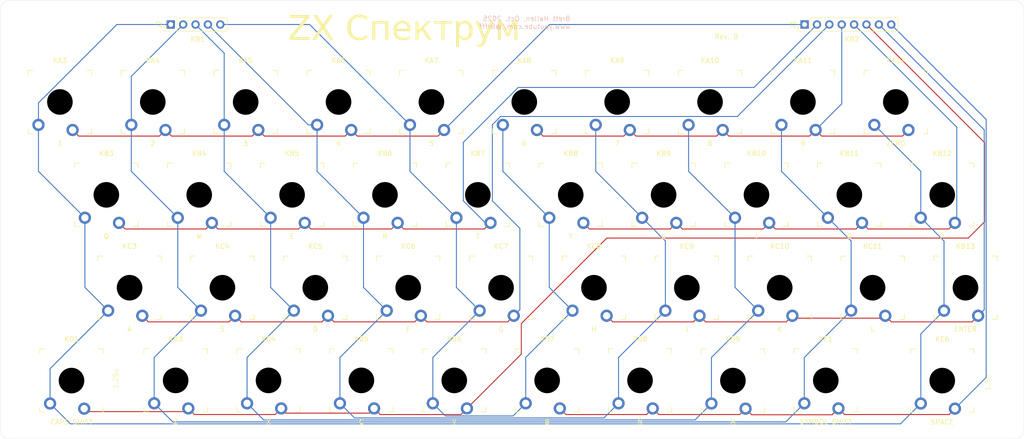
<source format=kicad_pcb>
(kicad_pcb (version 20241229) (generator "pcbnew") (generator_version "9.0")
  (title_block (title "Generic ZX Spectrum Keyboard") (date "5/12/2025") (rev "B") (company "Brett Hallen") (comment 1 "www.youtube.com/@Brfff"))
  (layers (0 "F.Cu" signal) (2 "B.Cu" signal) (13 "F.Paste" user) (15 "B.Paste" user) (5 "F.SilkS" user "F.Silkscreen") (7 "B.SilkS" user "B.Silkscreen") (1 "F.Mask" user) (3 "B.Mask" user) (25 "Edge.Cuts" user))
  (net 0 "")
  (net 1 "KBD1")
  (net 2 "KBD4")
  (net 3 "KBD5")
  (net 4 "KBD6")
  (net 5 "KBD3")
  (net 6 "KBD8")
  (net 7 "KBD7")
  (net 8 "KBD2")
  (net 9 "KBD12")
  (net 10 "KBD9")
  (net 11 "KBD11")
  (net 12 "KBD13")
  (net 13 "KBD10")
  (footprint "Clueless_Engineer:SW_Gateron_LowProfile_THT" (layer "F.Cu") (at 66.197066 107.808547)
    (property "Reference" "KC3" (at 0 -8.5 0) (layer "F.SilkS"))
    (property "Value" "A" (at 0 8.5 0) (layer "F.SilkS"))
    (pad "" np_thru_hole circle (at 0 0 180) (size 5.25 5.25) (drill 5.25) (layers "*.Mask"))
    (pad "1" thru_hole circle (at -4.4 4.7 180) (size 2.5 2.5) (drill 1.5) (layers "*.Cu" "B.Mask") (net 12 "KBD13"))
    (pad "2" thru_hole circle (at 2.6 5.75 180) (size 2.5 2.5) (drill 1.5) (layers "*.Cu" "B.Mask") (net 4 "KBD6"))
  )
  (footprint "Clueless_Engineer:SW_Gateron_LowProfile_THT" (layer "F.Cu") (at 213.834266 88.757747)
    (property "Reference" "KB11" (at 0 -8.5 0) (layer "F.SilkS"))
    (property "Value" "O" (at 0 8.5 0) (layer "F.SilkS"))
    (pad "" np_thru_hole circle (at 0 0 180) (size 5.25 5.25) (drill 5.25) (layers "*.Mask"))
    (pad "1" thru_hole circle (at -4.4 4.7 180) (size 2.5 2.5) (drill 1.5) (layers "*.Cu" "B.Mask") (net 9 "KBD12"))
    (pad "2" thru_hole circle (at 2.6 5.75 180) (size 2.5 2.5) (drill 1.5) (layers "*.Cu" "B.Mask") (net 2 "KBD4"))
  )
  (footprint "Clueless_Engineer:SW_Gateron_LowProfile_THT" (layer "F.Cu") (at 223.359266 69.707747)
    (property "Reference" "KA12" (at 0 -8.5 0) (layer "F.SilkS"))
    (property "Value" "ZERO" (at 0 8.5 0) (layer "F.SilkS"))
    (pad "" np_thru_hole circle (at 0 0 180) (size 5.25 5.25) (drill 5.25) (layers "*.Mask"))
    (pad "1" thru_hole circle (at -4.4 4.7 180) (size 2.5 2.5) (drill 1.5) (layers "*.Cu" "B.Mask") (net 12 "KBD13"))
    (pad "2" thru_hole circle (at 2.6 5.75 180) (size 2.5 2.5) (drill 1.5) (layers "*.Cu" "B.Mask") (net 3 "KBD5"))
  )
  (footprint "Clueless_Engineer:SW_Gateron_LowProfile_THT" (layer "F.Cu") (at 232.888066 126.858947)
    (property "Reference" "KE6" (hide yes))
    (property "Value" "SPACE" (at 0 8.5 0) (layer "F.SilkS"))
    (fp_text user "${REFERENCE}" (at 0 -8.5 0) (layer "F.SilkS"))
    (pad "" np_thru_hole circle (at 0 0 180) (size 5.25 5.25) (drill 5.25) (layers "*.Mask"))
    (pad "1" thru_hole circle (at -4.4 4.7 180) (size 2.5 2.5) (drill 1.5) (layers "*.Cu" "B.Mask") (net 12 "KBD13"))
    (pad "2" thru_hole circle (at 2.6 5.75 180) (size 2.5 2.5) (drill 1.5) (layers "*.Cu" "B.Mask") (net 1 "KBD1"))
  )
  (footprint "Clueless_Engineer:SW_Gateron_LowProfile_THT" (layer "F.Cu") (at 170.897355 126.817974)
    (property "Reference" "KD8" (at 0 -8.5 0) (layer "F.SilkS"))
    (property "Value" "N" (at 0 8.5 0) (layer "F.SilkS"))
    (pad "" np_thru_hole circle (at 0 0 180) (size 5.25 5.25) (drill 5.25) (layers "*.Mask"))
    (pad "1" thru_hole circle (at -4.4 4.7 180) (size 2.5 2.5) (drill 1.5) (layers "*.Cu" "B.Mask") (net 13 "KBD10"))
    (pad "2" thru_hole circle (at 2.6 5.75 180) (size 2.5 2.5) (drill 1.5) (layers "*.Cu" "B.Mask") (net 1 "KBD1"))
  )
  (footprint "Clueless_Engineer:SW_Gateron_LowProfile_THT" (layer "F.Cu") (at 61.434266 88.757747)
    (property "Reference" "KB3" (at 0 -8.5 0) (layer "F.SilkS"))
    (property "Value" "Q" (at 0 8.5 0) (layer "F.SilkS"))
    (pad "" np_thru_hole circle (at 0 0 180) (size 5.25 5.25) (drill 5.25) (layers "*.Mask"))
    (pad "1" thru_hole circle (at -4.4 4.7 180) (size 2.5 2.5) (drill 1.5) (layers "*.Cu" "B.Mask") (net 12 "KBD13"))
    (pad "2" thru_hole circle (at 2.6 5.75 180) (size 2.5 2.5) (drill 1.5) (layers "*.Cu" "B.Mask") (net 7 "KBD7"))
  )
  (footprint "Clueless_Engineer:SW_Gateron_LowProfile_THT" (layer "F.Cu") (at 199.548666 107.808547)
    (property "Reference" "KC10" (at 0 -8.5 0) (layer "F.SilkS"))
    (property "Value" "K" (at 0 8.5 0) (layer "F.SilkS"))
    (pad "" np_thru_hole circle (at 0 0 180) (size 5.25 5.25) (drill 5.25) (layers "*.Mask"))
    (pad "1" thru_hole circle (at -4.4 4.7 180) (size 2.5 2.5) (drill 1.5) (layers "*.Cu" "B.Mask") (net 11 "KBD11"))
    (pad "2" thru_hole circle (at 2.6 5.75 180) (size 2.5 2.5) (drill 1.5) (layers "*.Cu" "B.Mask") (net 8 "KBD2"))
  )
  (footprint "Clueless_Engineer:SW_Gateron_LowProfile_THT" (layer "F.Cu") (at 113.747355 126.817974)
    (property "Reference" "KD5" (at 0 -8.5 0) (layer "F.SilkS"))
    (property "Value" "C" (at 0 8.5 0) (layer "F.SilkS"))
    (pad "" np_thru_hole circle (at 0 0 180) (size 5.25 5.25) (drill 5.25) (layers "*.Mask"))
    (pad "1" thru_hole circle (at -4.4 4.7 180) (size 2.5 2.5) (drill 1.5) (layers "*.Cu" "B.Mask") (net 13 "KBD10"))
    (pad "2" thru_hole circle (at 2.6 5.75 180) (size 2.5 2.5) (drill 1.5) (layers "*.Cu" "B.Mask") (net 5 "KBD3"))
  )
  (footprint "Clueless_Engineer:SW_Gateron_LowProfile_THT" (layer "F.Cu") (at 54.290566 126.858947)
    (property "Reference" "KD1" (hide yes))
    (property "Value" "CAPS SHIFT" (at 0 8.5 0) (layer "F.SilkS"))
    (fp_text user "${REFERENCE}" (at 0 -8.5 0) (layer "F.SilkS"))
    (pad "" np_thru_hole circle (at 0 0 180) (size 5.25 5.25) (drill 5.25) (layers "*.Mask"))
    (pad "1" thru_hole circle (at -4.4 4.7 180) (size 2.5 2.5) (drill 1.5) (layers "*.Cu" "B.Mask") (net 12 "KBD13"))
    (pad "2" thru_hole circle (at 2.6 5.75 180) (size 2.5 2.5) (drill 1.5) (layers "*.Cu" "B.Mask") (net 5 "KBD3"))
  )
  (footprint "Clueless_Engineer:SW_Gateron_LowProfile_THT" (layer "F.Cu") (at 147.159266 69.707747)
    (property "Reference" "KA8" (at 0 -8.5 0) (layer "F.SilkS"))
    (property "Value" "6" (at 0 8.5 0) (layer "F.SilkS"))
    (pad "" np_thru_hole circle (at 0 0 180) (size 5.25 5.25) (drill 5.25) (layers "*.Mask"))
    (pad "1" thru_hole circle (at -4.4 4.7 180) (size 2.5 2.5) (drill 1.5) (layers "*.Cu" "B.Mask") (net 10 "KBD9"))
    (pad "2" thru_hole circle (at 2.6 5.75 180) (size 2.5 2.5) (drill 1.5) (layers "*.Cu" "B.Mask") (net 3 "KBD5"))
  )
  (footprint "Clueless_Engineer:SW_Gateron_LowProfile_THT" (layer "F.Cu") (at 75.647355 126.817974)
    (property "Reference" "KD3" (at 0 -8.5 0) (layer "F.SilkS"))
    (property "Value" "Z" (at 0 8.5 0) (layer "F.SilkS"))
    (pad "" np_thru_hole circle (at 0 0 180) (size 5.25 5.25) (drill 5.25) (layers "*.Mask"))
    (pad "1" thru_hole circle (at -4.4 4.7 180) (size 2.5 2.5) (drill 1.5) (layers "*.Cu" "B.Mask") (net 9 "KBD12"))
    (pad "2" thru_hole circle (at 2.6 5.75 180) (size 2.5 2.5) (drill 1.5) (layers "*.Cu" "B.Mask") (net 5 "KBD3"))
  )
  (footprint "Clueless_Engineer:SW_Gateron_LowProfile_THT" (layer "F.Cu") (at 104.297066 107.808547)
    (property "Reference" "KC5" (at 0 -8.5 0) (layer "F.SilkS"))
    (property "Value" "D" (at 0 8.5 0) (layer "F.SilkS"))
    (pad "" np_thru_hole circle (at 0 0 180) (size 5.25 5.25) (drill 5.25) (layers "*.Mask"))
    (pad "1" thru_hole circle (at -4.4 4.7 180) (size 2.5 2.5) (drill 1.5) (layers "*.Cu" "B.Mask") (net 11 "KBD11"))
    (pad "2" thru_hole circle (at 2.6 5.75 180) (size 2.5 2.5) (drill 1.5) (layers "*.Cu" "B.Mask") (net 4 "KBD6"))
  )
  (footprint "Clueless_Engineer:SW_Gateron_LowProfile_THT" (layer "F.Cu") (at 70.959266 69.707747)
    (property "Reference" "KA4" (at 0 -8.5 0) (layer "F.SilkS"))
    (property "Value" "2" (at 0 8.5 0) (layer "F.SilkS"))
    (pad "" np_thru_hole circle (at 0 0 180) (size 5.25 5.25) (drill 5.25) (layers "*.Mask"))
    (pad "1" thru_hole circle (at -4.4 4.7 180) (size 2.5 2.5) (drill 1.5) (layers "*.Cu" "B.Mask") (net 9 "KBD12"))
    (pad "2" thru_hole circle (at 2.6 5.75 180) (size 2.5 2.5) (drill 1.5) (layers "*.Cu" "B.Mask") (net 6 "KBD8"))
  )
  (footprint "Clueless_Engineer:SW_Gateron_LowProfile_THT" (layer "F.Cu") (at 208.997355 126.817974)
    (property "Reference" "KE1" (at 0 -8.5 0) (layer "F.SilkS"))
    (property "Value" "SYMBOL SHIFT" (at 0 8.5 0) (layer "F.SilkS"))
    (pad "" np_thru_hole circle (at 0 0 180) (size 5.25 5.25) (drill 5.25) (layers "*.Mask"))
    (pad "1" thru_hole circle (at -4.4 4.7 180) (size 2.5 2.5) (drill 1.5) (layers "*.Cu" "B.Mask") (net 9 "KBD12"))
    (pad "2" thru_hole circle (at 2.6 5.75 180) (size 2.5 2.5) (drill 1.5) (layers "*.Cu" "B.Mask") (net 1 "KBD1"))
  )
  (footprint "Clueless_Engineer:SW_Gateron_LowProfile_THT" (layer "F.Cu") (at 237.650666 107.808547)
    (property "Reference" "KB13" (at 0 -8.5 0) (layer "F.SilkS"))
    (property "Value" "ENTER" (at 0 8.5 0) (layer "F.SilkS"))
    (pad "" np_thru_hole circle (at 0 0 180) (size 5.25 5.25) (drill 5.25) (layers "*.Mask"))
    (pad "1" thru_hole circle (at -4.4 4.7 180) (size 2.5 2.5) (drill 1.5) (layers "*.Cu" "B.Mask") (net 12 "KBD13"))
    (pad "2" thru_hole circle (at 2.6 5.75 180) (size 2.5 2.5) (drill 1.5) (layers "*.Cu" "B.Mask") (net 8 "KBD2"))
  )
  (footprint "Clueless_Engineer:SW_Gateron_LowProfile_THT" (layer "F.Cu") (at 218.600266 107.808547)
    (property "Reference" "KC11" (at 0 -8.5 0) (layer "F.SilkS"))
    (property "Value" "L" (at 0 8.5 0) (layer "F.SilkS"))
    (pad "" np_thru_hole circle (at 0 0 180) (size 5.25 5.25) (drill 5.25) (layers "*.Mask"))
    (pad "1" thru_hole circle (at -4.4 4.7 180) (size 2.5 2.5) (drill 1.5) (layers "*.Cu" "B.Mask") (net 9 "KBD12"))
    (pad "2" thru_hole circle (at 2.6 5.75 180) (size 2.5 2.5) (drill 1.5) (layers "*.Cu" "B.Mask") (net 8 "KBD2"))
  )
  (footprint "Clueless_Engineer:SW_Gateron_LowProfile_THT" (layer "F.Cu") (at 166.209266 69.707747)
    (property "Reference" "KA9" (at 0 -8.5 0) (layer "F.SilkS"))
    (property "Value" "7" (at 0 8.5 0) (layer "F.SilkS"))
    (pad "" np_thru_hole circle (at 0 0 180) (size 5.25 5.25) (drill 5.25) (layers "*.Mask"))
    (pad "1" thru_hole circle (at -4.4 4.7 180) (size 2.5 2.5) (drill 1.5) (layers "*.Cu" "B.Mask") (net 13 "KBD10"))
    (pad "2" thru_hole circle (at 2.6 5.75 180) (size 2.5 2.5) (drill 1.5) (layers "*.Cu" "B.Mask") (net 3 "KBD5"))
  )
  (footprint "Connector_PinHeader_2.54mm:PinHeader_1x08_P2.54mm_Vertical" (layer "F.Cu") (at 204.647355 53.817974 90)
    (property "Reference" "J1" (at 0 -2.38 90) (layer "F.SilkS"))
    (property "Value" "KB2" (at -3 9.7 180) (layer "F.SilkS"))
    (pad "1" thru_hole rect (at 0 0 90) (size 1.7 1.7) (drill 1) (layers "*.Cu" "*.Mask") (net 6 "KBD8"))
    (pad "2" thru_hole circle (at 0 2.54 90) (size 1.7 1.7) (drill 1) (layers "*.Cu" "*.Mask") (net 7 "KBD7"))
    (pad "3" thru_hole circle (at 0 5.08 90) (size 1.7 1.7) (drill 1) (layers "*.Cu" "*.Mask") (net 4 "KBD6"))
    (pad "4" thru_hole circle (at 0 7.62 90) (size 1.7 1.7) (drill 1) (layers "*.Cu" "*.Mask") (net 3 "KBD5"))
    (pad "5" thru_hole circle (at 0 10.16 90) (size 1.7 1.7) (drill 1) (layers "*.Cu" "*.Mask") (net 2 "KBD4"))
    (pad "6" thru_hole circle (at 0 12.7 90) (size 1.7 1.7) (drill 1) (layers "*.Cu" "*.Mask") (net 5 "KBD3"))
    (pad "7" thru_hole circle (at 0 15.24 90) (size 1.7 1.7) (drill 1) (layers "*.Cu" "*.Mask") (net 8 "KBD2"))
    (pad "8" thru_hole circle (at 0 17.78 90) (size 1.7 1.7) (drill 1) (layers "*.Cu" "*.Mask") (net 1 "KBD1"))
  )
  (footprint "Clueless_Engineer:SW_Gateron_LowProfile_THT" (layer "F.Cu") (at 51.909266 69.707747)
    (property "Reference" "KA3" (at 0 -8.5 0) (layer "F.SilkS"))
    (property "Value" "1" (at 0 8.5 0) (layer "F.SilkS"))
    (pad "" np_thru_hole circle (at 0 0 180) (size 5.25 5.25) (drill 5.25) (layers "*.Mask"))
    (pad "1" thru_hole circle (at -4.4 4.7 180) (size 2.5 2.5) (drill 1.5) (layers "*.Cu" "B.Mask") (net 12 "KBD13"))
    (pad "2" thru_hole circle (at 2.6 5.75 180) (size 2.5 2.5) (drill 1.5) (layers "*.Cu" "B.Mask") (net 6 "KBD8"))
  )
  (footprint "Clueless_Engineer:SW_Gateron_LowProfile_THT" (layer "F.Cu") (at 232.884266 88.757747)
    (property "Reference" "KB12" (at 0 -8.5 0) (layer "F.SilkS"))
    (property "Value" "P" (at 0 8.5 0) (layer "F.SilkS"))
    (pad "" np_thru_hole circle (at 0 0 180) (size 5.25 5.25) (drill 5.25) (layers "*.Mask"))
    (pad "1" thru_hole circle (at -4.4 4.7 180) (size 2.5 2.5) (drill 1.5) (layers "*.Cu" "B.Mask") (net 12 "KBD13"))
    (pad "2" thru_hole circle (at 2.6 5.75 180) (size 2.5 2.5) (drill 1.5) (layers "*.Cu" "B.Mask") (net 2 "KBD4"))
  )
  (footprint "Clueless_Engineer:SW_Gateron_LowProfile_THT" (layer "F.Cu") (at 123.348266 107.808547)
    (property "Reference" "KC6" (at 0 -8.5 0) (layer "F.SilkS"))
    (property "Value" "F" (at 0 8.5 0) (layer "F.SilkS"))
    (pad "" np_thru_hole circle (at 0 0 180) (size 5.25 5.25) (drill 5.25) (layers "*.Mask"))
    (pad "1" thru_hole circle (at -4.4 4.7 180) (size 2.5 2.5) (drill 1.5) (layers "*.Cu" "B.Mask") (net 13 "KBD10"))
    (pad "2" thru_hole circle (at 2.6 5.75 180) (size 2.5 2.5) (drill 1.5) (layers "*.Cu" "B.Mask") (net 4 "KBD6"))
  )
  (footprint "MountingHole:MountingHole_3.2mm_M3" (layer "F.Cu") (at 43.647355 134.817974)
    (property "Reference" "H3" (hide yes))
    (property "Value" "MountingHole" (hide yes))
    (pad "" np_thru_hole circle (at 0 0) (size 3.2 3.2) (drill 3.2) (layers "*.Cu" "*.Mask"))
  )
  (footprint "Clueless_Engineer:SW_Gateron_LowProfile_THT" (layer "F.Cu") (at 185.259266 69.707747)
    (property "Reference" "KA10" (at 0 -8.5 0) (layer "F.SilkS"))
    (property "Value" "8" (at 0 8.5 0) (layer "F.SilkS"))
    (pad "" np_thru_hole circle (at 0 0 180) (size 5.25 5.25) (drill 5.25) (layers "*.Mask"))
    (pad "1" thru_hole circle (at -4.4 4.7 180) (size 2.5 2.5) (drill 1.5) (layers "*.Cu" "B.Mask") (net 11 "KBD11"))
    (pad "2" thru_hole circle (at 2.6 5.75 180) (size 2.5 2.5) (drill 1.5) (layers "*.Cu" "B.Mask") (net 3 "KBD5"))
  )
  (footprint "MountingHole:MountingHole_3.2mm_M3" (layer "F.Cu") (at 245.647355 52.817974)
    (property "Reference" "H2" (hide yes))
    (property "Value" "MountingHole" (hide yes))
    (pad "" np_thru_hole circle (at 0 0) (size 3.2 3.2) (drill 3.2) (layers "*.Cu" "*.Mask"))
  )
  (footprint "MountingHole:MountingHole_3.2mm_M3" (layer "F.Cu") (at 43.647355 52.817974)
    (property "Reference" "H1" (hide yes))
    (property "Value" "MountingHole" (hide yes))
    (pad "" np_thru_hole circle (at 0 0) (size 3.2 3.2) (drill 3.2) (layers "*.Cu" "*.Mask"))
  )
  (footprint "Clueless_Engineer:SW_Gateron_LowProfile_THT" (layer "F.Cu") (at 128.109266 69.707747)
    (property "Reference" "KA7" (at 0 -8.5 0) (layer "F.SilkS"))
    (property "Value" "5" (at 0 8.5 0) (layer "F.SilkS"))
    (pad "" np_thru_hole circle (at 0 0 180) (size 5.25 5.25) (drill 5.25) (layers "*.Mask"))
    (pad "1" thru_hole circle (at -4.4 4.7 180) (size 2.5 2.5) (drill 1.5) (layers "*.Cu" "B.Mask") (net 10 "KBD9"))
    (pad "2" thru_hole circle (at 2.6 5.75 180) (size 2.5 2.5) (drill 1.5) (layers "*.Cu" "B.Mask") (net 6 "KBD8"))
  )
  (footprint "MountingHole:MountingHole_3.2mm_M3" (layer "F.Cu") (at 245.647355 134.817974)
    (property "Reference" "H4" (hide yes))
    (property "Value" "MountingHole" (hide yes))
    (pad "" np_thru_hole circle (at 0 0) (size 3.2 3.2) (drill 3.2) (layers "*.Cu" "*.Mask"))
  )
  (footprint "Clueless_Engineer:SW_Gateron_LowProfile_THT" (layer "F.Cu") (at 109.059266 69.707747)
    (property "Reference" "KA6" (at 0 -8.5 0) (layer "F.SilkS"))
    (property "Value" "4" (at 0 8.5 0) (layer "F.SilkS"))
    (pad "" np_thru_hole circle (at 0 0 180) (size 5.25 5.25) (drill 5.25) (layers "*.Mask"))
    (pad "1" thru_hole circle (at -4.4 4.7 180) (size 2.5 2.5) (drill 1.5) (layers "*.Cu" "B.Mask") (net 13 "KBD10"))
    (pad "2" thru_hole circle (at 2.6 5.75 180) (size 2.5 2.5) (drill 1.5) (layers "*.Cu" "B.Mask") (net 6 "KBD8"))
  )
  (footprint "Clueless_Engineer:SW_Gateron_LowProfile_THT" (layer "F.Cu") (at 90.009266 69.707747)
    (property "Reference" "KA5" (at 0 -8.5 0) (layer "F.SilkS"))
    (property "Value" "3" (at 0 8.5 0) (layer "F.SilkS"))
    (pad "" np_thru_hole circle (at 0 0 180) (size 5.25 5.25) (drill 5.25) (layers "*.Mask"))
    (pad "1" thru_hole circle (at -4.4 4.7 180) (size 2.5 2.5) (drill 1.5) (layers "*.Cu" "B.Mask") (net 11 "KBD11"))
    (pad "2" thru_hole circle (at 2.6 5.75 180) (size 2.5 2.5) (drill 1.5) (layers "*.Cu" "B.Mask") (net 6 "KBD8"))
  )
  (footprint "Clueless_Engineer:SW_Gateron_LowProfile_THT" (layer "F.Cu") (at 80.484266 88.757747)
    (property "Reference" "KB4" (at 0 -8.5 0) (layer "F.SilkS"))
    (property "Value" "W" (at 0 8.5 0) (layer "F.SilkS"))
    (pad "" np_thru_hole circle (at 0 0 180) (size 5.25 5.25) (drill 5.25) (layers "*.Mask"))
    (pad "1" thru_hole circle (at -4.4 4.7 180) (size 2.5 2.5) (drill 1.5) (layers "*.Cu" "B.Mask") (net 9 "KBD12"))
    (pad "2" thru_hole circle (at 2.6 5.75 180) (size 2.5 2.5) (drill 1.5) (layers "*.Cu" "B.Mask") (net 7 "KBD7"))
  )
  (footprint "Clueless_Engineer:SW_Gateron_LowProfile_THT" (layer "F.Cu") (at 151.847355 126.817974)
    (property "Reference" "KD7" (at 0 -8.5 0) (layer "F.SilkS"))
    (property "Value" "B" (at 0 8.5 0) (layer "F.SilkS"))
    (pad "" np_thru_hole circle (at 0 0 180) (size 5.25 5.25) (drill 5.25) (layers "*.Mask"))
    (pad "1" thru_hole circle (at -4.4 4.7 180) (size 2.5 2.5) (drill 1.5) (layers "*.Cu" "B.Mask") (net 10 "KBD9"))
    (pad "2" thru_hole circle (at 2.6 5.75 180) (size 2.5 2.5) (drill 1.5) (layers "*.Cu" "B.Mask") (net 1 "KBD1"))
  )
  (footprint "Clueless_Engineer:SW_Gateron_LowProfile_THT" (layer "F.Cu") (at 189.947355 126.857746)
    (property "Reference" "KD9" (at 0 -8.5 0) (layer "F.SilkS"))
    (property "Value" "M" (at 0 8.5 0) (layer "F.SilkS"))
    (pad "" np_thru_hole circle (at 0 0 180) (size 5.25 5.25) (drill 5.25) (layers "*.Mask"))
    (pad "1" thru_hole circle (at -4.4 4.7 180) (size 2.5 2.5) (drill 1.5) (layers "*.Cu" "B.Mask") (net 11 "KBD11"))
    (pad "2" thru_hole circle (at 2.6 5.75 180) (size 2.5 2.5) (drill 1.5) (layers "*.Cu" "B.Mask") (net 1 "KBD1"))
  )
  (footprint "Clueless_Engineer:SW_Gateron_LowProfile_THT" (layer "F.Cu") (at 204.309266 69.707747)
    (property "Reference" "KA11" (at 0 -8.5 0) (layer "F.SilkS"))
    (property "Value" "9" (at 0 8.5 0) (layer "F.SilkS"))
    (pad "" np_thru_hole circle (at 0 0 180) (size 5.25 5.25) (drill 5.25) (layers "*.Mask"))
    (pad "1" thru_hole circle (at -4.4 4.7 180) (size 2.5 2.5) (drill 1.5) (layers "*.Cu" "B.Mask") (net 9 "KBD12"))
    (pad "2" thru_hole circle (at 2.6 5.75 180) (size 2.5 2.5) (drill 1.5) (layers "*.Cu" "B.Mask") (net 3 "KBD5"))
  )
  (footprint "Clueless_Engineer:SW_Gateron_LowProfile_THT" (layer "F.Cu") (at 94.697355 126.817974)
    (property "Reference" "KD4" (at 0 -8.5 0) (layer "F.SilkS"))
    (property "Value" "X" (at 0 8.5 0) (layer "F.SilkS"))
    (pad "" np_thru_hole circle (at 0 0 180) (size 5.25 5.25) (drill 5.25) (layers "*.Mask"))
    (pad "1" thru_hole circle (at -4.4 4.7 180) (size 2.5 2.5) (drill 1.5) (layers "*.Cu" "B.Mask") (net 11 "KBD11"))
    (pad "2" thru_hole circle (at 2.6 5.75 180) (size 2.5 2.5) (drill 1.5) (layers "*.Cu" "B.Mask") (net 5 "KBD3"))
  )
  (footprint "Clueless_Engineer:SW_Gateron_LowProfile_THT" (layer "F.Cu") (at 85.247066 107.808547)
    (property "Reference" "KC4" (at 0 -8.5 0) (layer "F.SilkS"))
    (property "Value" "S" (at 0 8.5 0) (layer "F.SilkS"))
    (pad "" np_thru_hole circle (at 0 0 180) (size 5.25 5.25) (drill 5.25) (layers "*.Mask"))
    (pad "1" thru_hole circle (at -4.4 4.7 180) (size 2.5 2.5) (drill 1.5) (layers "*.Cu" "B.Mask") (net 9 "KBD12"))
    (pad "2" thru_hole circle (at 2.6 5.75 180) (size 2.5 2.5) (drill 1.5) (layers "*.Cu" "B.Mask") (net 4 "KBD6"))
  )
  (footprint "Clueless_Engineer:SW_Gateron_LowProfile_THT" (layer "F.Cu") (at 142.398666 107.808547)
    (property "Reference" "KC7" (at 0 -8.5 0) (layer "F.SilkS"))
    (property "Value" "G" (at 0 8.5 0) (layer "F.SilkS"))
    (pad "" np_thru_hole circle (at 0 0 180) (size 5.25 5.25) (drill 5.25) (layers "*.Mask"))
    (pad "1" thru_hole circle (at -4.4 4.7 180) (size 2.5 2.5) (drill 1.5) (layers "*.Cu" "B.Mask") (net 10 "KBD9"))
    (pad "2" thru_hole circle (at 2.6 5.75 180) (size 2.5 2.5) (drill 1.5) (layers "*.Cu" "B.Mask") (net 4 "KBD6"))
  )
  (footprint "Clueless_Engineer:SW_Gateron_LowProfile_THT" (layer "F.Cu") (at 194.784266 88.757747)
    (property "Reference" "KB10" (at 0 -8.5 0) (layer "F.SilkS"))
    (property "Value" "I" (at 0 8.5 0) (layer "F.SilkS"))
    (pad "" np_thru_hole circle (at 0 0 180) (size 5.25 5.25) (drill 5.25) (layers "*.Mask"))
    (pad "1" thru_hole circle (at -4.4 4.7 180) (size 2.5 2.5) (drill 1.5) (layers "*.Cu" "B.Mask") (net 11 "KBD11"))
    (pad "2" thru_hole circle (at 2.6 5.75 180) (size 2.5 2.5) (drill 1.5) (layers "*.Cu" "B.Mask") (net 2 "KBD4"))
  )
  (footprint "Clueless_Engineer:SW_Gateron_LowProfile_THT" (layer "F.Cu") (at 137.634266 88.757747)
    (property "Reference" "KB7" (at 0 -8.5 0) (layer "F.SilkS"))
    (property "Value" "T" (at 0 8.5 0) (layer "F.SilkS"))
    (pad "" np_thru_hole circle (at 0 0 180) (size 5.25 5.25) (drill 5.25) (layers "*.Mask"))
    (pad "1" thru_hole circle (at -4.4 4.7 180) (size 2.5 2.5) (drill 1.5) (layers "*.Cu" "B.Mask") (net 10 "KBD9"))
    (pad "2" thru_hole circle (at 2.6 5.75 180) (size 2.5 2.5) (drill 1.5) (layers "*.Cu" "B.Mask") (net 7 "KBD7"))
  )
  (footprint "Clueless_Engineer:SW_Gateron_LowProfile_THT" (layer "F.Cu") (at 175.734266 88.757747)
    (property "Reference" "KB9" (at 0 -8.5 0) (layer "F.SilkS"))
    (property "Value" "U" (at 0 8.5 0) (layer "F.SilkS"))
    (pad "" np_thru_hole circle (at 0 0 180) (size 5.25 5.25) (drill 5.25) (layers "*.Mask"))
    (pad "1" thru_hole circle (at -4.4 4.7 180) (size 2.5 2.5) (drill 1.5) (layers "*.Cu" "B.Mask") (net 13 "KBD10"))
    (pad "2" thru_hole circle (at 2.6 5.75 180) (size 2.5 2.5) (drill 1.5) (layers "*.Cu" "B.Mask") (net 2 "KBD4"))
  )
  (footprint "Clueless_Engineer:SW_Gateron_LowProfile_THT" (layer "F.Cu") (at 132.797355 126.817974)
    (property "Reference" "KD6" (at 0 -8.5 0) (layer "F.SilkS"))
    (property "Value" "V" (at 0 8.5 0) (layer "F.SilkS"))
    (pad "" np_thru_hole circle (at 0 0 180) (size 5.25 5.25) (drill 5.25) (layers "*.Mask"))
    (pad "1" thru_hole circle (at -4.4 4.7 180) (size 2.5 2.5) (drill 1.5) (layers "*.Cu" "B.Mask") (net 10 "KBD9"))
    (pad "2" thru_hole circle (at 2.6 5.75 180) (size 2.5 2.5) (drill 1.5) (layers "*.Cu" "B.Mask") (net 5 "KBD3"))
  )
  (footprint "Clueless_Engineer:SW_Gateron_LowProfile_THT" (layer "F.Cu") (at 180.498666 107.808547)
    (property "Reference" "KC9" (at 0 -8.5 0) (layer "F.SilkS"))
    (property "Value" "J" (at 0 8.5 0) (layer "F.SilkS"))
    (pad "" np_thru_hole circle (at 0 0 180) (size 5.25 5.25) (drill 5.25) (layers "*.Mask"))
    (pad "1" thru_hole circle (at -4.4 4.7 180) (size 2.5 2.5) (drill 1.5) (layers "*.Cu" "B.Mask") (net 13 "KBD10"))
    (pad "2" thru_hole circle (at 2.6 5.75 180) (size 2.5 2.5) (drill 1.5) (layers "*.Cu" "B.Mask") (net 8 "KBD2"))
  )
  (footprint "Clueless_Engineer:SW_Gateron_LowProfile_THT" (layer "F.Cu") (at 99.534266 88.757747)
    (property "Reference" "KB5" (at 0 -8.5 0) (layer "F.SilkS"))
    (property "Value" "E" (at 0 8.5 0) (layer "F.SilkS"))
    (pad "" np_thru_hole circle (at 0 0 180) (size 5.25 5.25) (drill 5.25) (layers "*.Mask"))
    (pad "1" thru_hole circle (at -4.4 4.7 180) (size 2.5 2.5) (drill 1.5) (layers "*.Cu" "B.Mask") (net 11 "KBD11"))
    (pad "2" thru_hole circle (at 2.6 5.75 180) (size 2.5 2.5) (drill 1.5) (layers "*.Cu" "B.Mask") (net 7 "KBD7"))
  )
  (footprint "Clueless_Engineer:SW_Gateron_LowProfile_THT" (layer "F.Cu") (at 156.684266 88.757747)
    (property "Reference" "KB8" (at 0 -8.5 0) (layer "F.SilkS"))
    (property "Value" "Y" (at 0 8.5 0) (layer "F.SilkS"))
    (pad "" np_thru_hole circle (at 0 0 180) (size 5.25 5.25) (drill 5.25) (layers "*.Mask"))
    (pad "1" thru_hole circle (at -4.4 4.7 180) (size 2.5 2.5) (drill 1.5) (layers "*.Cu" "B.Mask") (net 10 "KBD9"))
    (pad "2" thru_hole circle (at 2.6 5.75 180) (size 2.5 2.5) (drill 1.5) (layers "*.Cu" "B.Mask") (net 2 "KBD4"))
  )
  (footprint "Connector_PinHeader_2.54mm:PinHeader_1x05_P2.54mm_Vertical" (layer "F.Cu") (at 74.647355 53.817974 90)
    (property "Reference" "J2" (at 0 -2.38 90) (layer "F.SilkS"))
    (property "Value" "KB1" (at -3 5.54 180) (layer "F.SilkS"))
    (pad "1" thru_hole rect (at 0 0 90) (size 1.7 1.7) (drill 1) (layers "*.Cu" "*.Mask") (net 12 "KBD13"))
    (pad "2" thru_hole circle (at 0 2.54 90) (size 1.7 1.7) (drill 1) (layers "*.Cu" "*.Mask") (net 9 "KBD12"))
    (pad "3" thru_hole circle (at 0 5.08 90) (size 1.7 1.7) (drill 1) (layers "*.Cu" "*.Mask") (net 11 "KBD11"))
    (pad "4" thru_hole circle (at 0 7.62 90) (size 1.7 1.7) (drill 1) (layers "*.Cu" "*.Mask") (net 13 "KBD10"))
    (pad "5" thru_hole circle (at 0 10.16 90) (size 1.7 1.7) (drill 1) (layers "*.Cu" "*.Mask") (net 10 "KBD9"))
  )
  (footprint "Clueless_Engineer:SW_Gateron_LowProfile_THT" (layer "F.Cu") (at 161.448666 107.808547)
    (property "Reference" "KC8" (at 0 -8.5 0) (layer "F.SilkS"))
    (property "Value" "H" (at 0 8.5 0) (layer "F.SilkS"))
    (pad "" np_thru_hole circle (at 0 0 180) (size 5.25 5.25) (drill 5.25) (layers "*.Mask"))
    (pad "1" thru_hole circle (at -4.4 4.7 180) (size 2.5 2.5) (drill 1.5) (layers "*.Cu" "B.Mask") (net 10 "KBD9"))
    (pad "2" thru_hole circle (at 2.6 5.75 180) (size 2.5 2.5) (drill 1.5) (layers "*.Cu" "B.Mask") (net 8 "KBD2"))
  )
  (footprint "Clueless_Engineer:SW_Gateron_LowProfile_THT" (layer "F.Cu") (at 118.584266 88.757747)
    (property "Reference" "KB6" (at 0 -8.5 0) (layer "F.SilkS"))
    (property "Value" "R" (at 0 8.5 0) (layer "F.SilkS"))
    (pad "" np_thru_hole circle (at 0 0 180) (size 5.25 5.25) (drill 5.25) (layers "*.Mask"))
    (pad "1" thru_hole circle (at -4.4 4.7 180) (size 2.5 2.5) (drill 1.5) (layers "*.Cu" "B.Mask") (net 13 "KBD10"))
    (pad "2" thru_hole circle (at 2.6 5.75 180) (size 2.5 2.5) (drill 1.5) (layers "*.Cu" "B.Mask") (net 7 "KBD7"))
  )
  (gr_line (start 39.647355 136.817974) (end 39.647355 50.817974) (stroke (width 0.05)) (layer "Edge.Cuts"))
  (gr_arc (start 247.647355 48.817974) (mid 249.061569 49.40376) (end 249.647355 50.817974) (stroke (width 0.05)) (layer "Edge.Cuts"))
  (gr_line (start 249.647355 50.817974) (end 249.647355 136.817974) (stroke (width 0.05)) (layer "Edge.Cuts"))
  (gr_line (start 41.647355 48.817974) (end 247.647355 48.817974) (stroke (width 0.05)) (layer "Edge.Cuts"))
  (gr_line (start 247.647355 138.817974) (end 41.647355 138.817974) (stroke (width 0.05)) (layer "Edge.Cuts"))
  (gr_arc (start 249.647355 136.817974) (mid 249.061569 138.232188) (end 247.647355 138.817974) (stroke (width 0.05)) (layer "Edge.Cuts"))
  (gr_arc (start 39.647355 50.817974) (mid 40.233148 49.403761) (end 41.647355 48.817974) (stroke (width 0.05)) (layer "Edge.Cuts"))
  (gr_arc (start 41.647355 138.817974) (mid 40.233141 138.232188) (end 39.647355 136.817974) (stroke (width 0.05)) (layer "Edge.Cuts"))
  (gr_text "1.25u" (at 63.947355 128.617974 90) (layer "F.SilkS") (effects (font (size 1 1) (thickness 0.1)) (justify left bottom)))
  (gr_text "1.5u" (at 242.847355 129.017974 90) (layer "F.SilkS") (effects (font (size 1 1) (thickness 0.1)) (justify left bottom)))
  (gr_text "ZX Спектрум" (at 98.647355 57.817974 0) (layer "F.SilkS") (effects (font (size 5 5) (thickness 0.1)) (justify left bottom)))
  (gr_text "Rev. B" (at 186.109266 56.907747 0) (layer "F.SilkS") (effects (font (size 1 1)) (justify left bottom)))
  (gr_text "Brett Hallen, Oct. 2025\nwww.youtube.com/@Brfff" (at 156.647355 54.817974 0) (layer "B.SilkS") (effects (font (size 1 1) (thickness 0.1)) (justify left bottom mirror)))
  (segment (start 173.497355 132.567974) (end 174.747354 133.817973) (width 0.2) (layer "F.Cu") (net 1))
  (segment (start 212.847354 133.817973) (end 234.27904 133.817973) (width 0.2) (layer "F.Cu") (net 1))
  (segment (start 155.697354 133.817973) (end 172.247356 133.817973) (width 0.2) (layer "F.Cu") (net 1))
  (segment (start 172.247356 133.817973) (end 173.497355 132.567974) (width 0.2) (layer "F.Cu") (net 1))
  (segment (start 192.547355 132.607746) (end 193.797354 133.857745) (width 0.2) (layer "F.Cu") (net 1))
  (segment (start 174.747354 133.817973) (end 191.337128 133.817973) (width 0.2) (layer "F.Cu") (net 1))
  (segment (start 193.797354 133.857745) (end 210.307584 133.857745) (width 0.2) (layer "F.Cu") (net 1))
  (segment (start 210.307584 133.857745) (end 211.597355 132.567974) (width 0.2) (layer "F.Cu") (net 1))
  (segment (start 211.597355 132.567974) (end 212.847354 133.817973) (width 0.2) (layer "F.Cu") (net 1))
  (segment (start 154.447355 132.567974) (end 155.697354 133.817973) (width 0.2) (layer "F.Cu") (net 1))
  (segment (start 191.337128 133.817973) (end 192.547355 132.607746) (width 0.2) (layer "F.Cu") (net 1))
  (segment (start 234.27904 133.817973) (end 235.488066 132.608947) (width 0.2) (layer "F.Cu") (net 1))
  (segment (start 241.901665 73.292284) (end 241.901665 126.195348) (width 0.2) (layer "B.Cu") (net 1))
  (segment (start 241.901665 126.195348) (end 235.488066 132.608947) (width 0.2) (layer "B.Cu") (net 1))
  (segment (start 222.427355 53.817974) (end 241.901665 73.292284) (width 0.2) (layer "B.Cu") (net 1))
  (segment (start 215.184267 95.757746) (end 198.634265 95.757746) (width 0.2) (layer "F.Cu") (net 2))
  (segment (start 216.434266 94.507747) (end 215.184267 95.757746) (width 0.2) (layer "F.Cu") (net 2))
  (segment (start 197.384266 94.507747) (end 196.134267 95.757746) (width 0.2) (layer "F.Cu") (net 2))
  (segment (start 235.484266 94.507747) (end 234.234267 95.757746) (width 0.2) (layer "F.Cu") (net 2))
  (segment (start 178.334266 94.507747) (end 177.084267 95.757746) (width 0.2) (layer "F.Cu") (net 2))
  (segment (start 179.584265 95.757746) (end 178.334266 94.507747) (width 0.2) (layer "F.Cu") (net 2))
  (segment (start 160.534265 95.757746) (end 159.284266 94.507747) (width 0.2) (layer "F.Cu") (net 2))
  (segment (start 177.084267 95.757746) (end 160.534265 95.757746) (width 0.2) (layer "F.Cu") (net 2))
  (segment (start 234.234267 95.757746) (end 217.684265 95.757746) (width 0.2) (layer "F.Cu") (net 2))
  (segment (start 196.134267 95.757746) (end 179.584265 95.757746) (width 0.2) (layer "F.Cu") (net 2))
  (segment (start 217.684265 95.757746) (end 216.434266 94.507747) (width 0.2) (layer "F.Cu") (net 2))
  (segment (start 198.634265 95.757746) (end 197.384266 94.507747) (width 0.2) (layer "F.Cu") (net 2))
  (segment (start 214.807355 53.817974) (end 235.860266 74.870885) (width 0.2) (layer "B.Cu") (net 2))
  (segment (start 216.810266 94.131747) (end 216.434266 94.507747) (width 0.2) (layer "B.Cu") (net 2))
  (segment (start 235.860266 94.131747) (end 235.484266 94.507747) (width 0.2) (layer "B.Cu") (net 2))
  (segment (start 235.860266 74.870885) (end 235.860266 94.131747) (width 0.2) (layer "B.Cu") (net 2))
  (segment (start 225.959266 75.457747) (end 224.709267 76.707746) (width 0.2) (layer "F.Cu") (net 3))
  (segment (start 170.059265 76.707746) (end 168.809266 75.457747) (width 0.2) (layer "F.Cu") (net 3))
  (segment (start 208.159265 76.707746) (end 206.909266 75.457747) (width 0.2) (layer "F.Cu") (net 3))
  (segment (start 189.109265 76.707746) (end 187.859266 75.457747) (width 0.2) (layer "F.Cu") (net 3))
  (segment (start 224.709267 76.707746) (end 208.159265 76.707746) (width 0.2) (layer "F.Cu") (net 3))
  (segment (start 167.559267 76.707746) (end 151.009265 76.707746) (width 0.2) (layer "F.Cu") (net 3))
  (segment (start 205.659267 76.707746) (end 189.109265 76.707746) (width 0.2) (layer "F.Cu") (net 3))
  (segment (start 187.859266 75.457747) (end 186.609267 76.707746) (width 0.2) (layer "F.Cu") (net 3))
  (segment (start 206.909266 75.457747) (end 205.659267 76.707746) (width 0.2) (layer "F.Cu") (net 3))
  (segment (start 151.009265 76.707746) (end 149.759266 75.457747) (width 0.2) (layer "F.Cu") (net 3))
  (segment (start 168.809266 75.457747) (end 167.559267 76.707746) (width 0.2) (layer "F.Cu") (net 3))
  (segment (start 186.609267 76.707746) (end 170.059265 76.707746) (width 0.2) (layer "F.Cu") (net 3))
  (segment (start 212.267355 70.099658) (end 206.909266 75.457747) (width 0.2) (layer "B.Cu") (net 3))
  (segment (start 212.267355 53.817974) (end 212.267355 70.099658) (width 0.2) (layer "B.Cu") (net 3))
  (segment (start 86.597067 114.808546) (end 87.847066 113.558547) (width 0.2) (layer "F.Cu") (net 4))
  (segment (start 124.698267 114.808546) (end 125.948266 113.558547) (width 0.2) (layer "F.Cu") (net 4))
  (segment (start 87.847066 113.558547) (end 89.097065 114.808546) (width 0.2) (layer "F.Cu") (net 4))
  (segment (start 125.948266 113.558547) (end 127.198265 114.808546) (width 0.2) (layer "F.Cu") (net 4))
  (segment (start 106.897066 113.558547) (end 108.147065 114.808546) (width 0.2) (layer "F.Cu") (net 4))
  (segment (start 127.198265 114.808546) (end 143.748667 114.808546) (width 0.2) (layer "F.Cu") (net 4))
  (segment (start 68.797066 113.558547) (end 70.047065 114.808546) (width 0.2) (layer "F.Cu") (net 4))
  (segment (start 143.748667 114.808546) (end 144.998666 113.558547) (width 0.2) (layer "F.Cu") (net 4))
  (segment (start 105.647067 114.808546) (end 106.897066 113.558547) (width 0.2) (layer "F.Cu") (net 4))
  (segment (start 70.047065 114.808546) (end 86.597067 114.808546) (width 0.2) (layer "F.Cu") (net 4))
  (segment (start 108.147065 114.808546) (end 124.698267 114.808546) (width 0.2) (layer "F.Cu") (net 4))
  (segment (start 89.097065 114.808546) (end 105.647067 114.808546) (width 0.2) (layer "F.Cu") (net 4))
  (segment (start 140.610266 89.990447) (end 146.248665 95.628846) (width 0.2) (layer "B.Cu") (net 4))
  (segment (start 146.248665 112.308548) (end 144.998666 113.558547) (width 0.2) (layer "B.Cu") (net 4))
  (segment (start 190.861582 72.683747) (end 142.28982 72.683747) (width 0.2) (layer "B.Cu") (net 4))
  (segment (start 140.610266 74.363301) (end 140.610266 89.990447) (width 0.2) (layer "B.Cu") (net 4))
  (segment (start 142.28982 72.683747) (end 140.610266 74.363301) (width 0.2) (layer "B.Cu") (net 4))
  (segment (start 209.727355 53.817974) (end 190.861582 72.683747) (width 0.2) (layer "B.Cu") (net 4))
  (segment (start 146.248665 95.628846) (end 146.248665 112.308548) (width 0.2) (layer "B.Cu") (net 4))
  (segment (start 78.247355 132.567974) (end 79.497354 133.817973) (width 0.2) (layer "F.Cu") (net 5))
  (segment (start 115.377582 133.537747) (end 116.347355 132.567974) (width 0.2) (layer "F.Cu") (net 5))
  (segment (start 116.347355 132.567974) (end 117.597354 133.817973) (width 0.2) (layer "F.Cu") (net 5))
  (segment (start 98.267128 133.537747) (end 115.377582 133.537747) (width 0.2) (layer "F.Cu") (net 5))
  (segment (start 56.890566 132.608947) (end 57.499366 133.217747) (width 0.2) (layer "F.Cu") (net 5))
  (segment (start 96.047356 133.817973) (end 97.297355 132.567974) (width 0.2) (layer "F.Cu") (net 5))
  (segment (start 164.089266 97.627747) (end 238.219266 97.627747) (width 0.2) (layer "F.Cu") (net 5))
  (segment (start 241.579266 78.049885) (end 217.347355 53.817974) (width 0.2) (layer "F.Cu") (net 5))
  (segment (start 241.579266 94.267747) (end 241.579266 78.049885) (width 0.2) (layer "F.Cu") (net 5))
  (segment (start 146.549666 121.415663) (end 146.549666 115.167347) (width 0.2) (layer "F.Cu") (net 5))
  (segment (start 77.597582 133.217747) (end 78.247355 132.567974) (width 0.2) (layer "F.Cu") (net 5))
  (segment (start 97.297355 132.567974) (end 98.267128 133.537747) (width 0.2) (layer "F.Cu") (net 5))
  (segment (start 57.499366 133.217747) (end 77.597582 133.217747) (width 0.2) (layer "F.Cu") (net 5))
  (segment (start 146.549666 115.167347) (end 164.089266 97.627747) (width 0.2) (layer "F.Cu") (net 5))
  (segment (start 117.597354 133.817973) (end 134.147356 133.817973) (width 0.2) (layer "F.Cu") (net 5))
  (segment (start 79.497354 133.817973) (end 96.047356 133.817973) (width 0.2) (layer "F.Cu") (net 5))
  (segment (start 135.397355 132.567974) (end 146.549666 121.415663) (width 0.2) (layer "F.Cu") (net 5))
  (segment (start 238.219266 97.627747) (end 241.579266 94.267747) (width 0.2) (layer "F.Cu") (net 5))
  (segment (start 134.147356 133.817973) (end 135.397355 132.567974) (width 0.2) (layer "F.Cu") (net 5))
  (segment (start 74.809265 76.707746) (end 91.359267 76.707746) (width 0.2) (layer "F.Cu") (net 6))
  (segment (start 93.859265 76.707746) (end 110.409267 76.707746) (width 0.2) (layer "F.Cu") (net 6))
  (segment (start 91.359267 76.707746) (end 92.609266 75.457747) (width 0.2) (layer "F.Cu") (net 6))
  (segment (start 55.759265 76.707746) (end 72.309267 76.707746) (width 0.2) (layer "F.Cu") (net 6))
  (segment (start 129.459267 76.707746) (end 130.709266 75.457747) (width 0.2) (layer "F.Cu") (net 6))
  (segment (start 54.509266 75.457747) (end 55.759265 76.707746) (width 0.2) (layer "F.Cu") (net 6))
  (segment (start 112.909265 76.707746) (end 129.459267 76.707746) (width 0.2) (layer "F.Cu") (net 6))
  (segment (start 73.559266 75.457747) (end 74.809265 76.707746) (width 0.2) (layer "F.Cu") (net 6))
  (segment (start 92.609266 75.457747) (end 93.859265 76.707746) (width 0.2) (layer "F.Cu") (net 6))
  (segment (start 72.309267 76.707746) (end 73.559266 75.457747) (width 0.2) (layer "F.Cu") (net 6))
  (segment (start 111.659266 75.457747) (end 112.909265 76.707746) (width 0.2) (layer "F.Cu") (net 6))
  (segment (start 110.409267 76.707746) (end 111.659266 75.457747) (width 0.2) (layer "F.Cu") (net 6))
  (segment (start 152.349039 53.817974) (end 130.709266 75.457747) (width 0.2) (layer "B.Cu") (net 6))
  (segment (start 204.647355 53.817974) (end 152.349039 53.817974) (width 0.2) (layer "B.Cu") (net 6))
  (segment (start 64.034266 94.507747) (end 65.284265 95.757746) (width 0.2) (layer "F.Cu") (net 7))
  (segment (start 84.334265 95.757746) (end 100.884267 95.757746) (width 0.2) (layer "F.Cu") (net 7))
  (segment (start 103.384265 95.757746) (end 119.934267 95.757746) (width 0.2) (layer "F.Cu") (net 7))
  (segment (start 138.984267 95.757746) (end 140.234266 94.507747) (width 0.2) (layer "F.Cu") (net 7))
  (segment (start 102.134266 94.507747) (end 103.384265 95.757746) (width 0.2) (layer "F.Cu") (net 7))
  (segment (start 119.934267 95.757746) (end 121.184266 94.507747) (width 0.2) (layer "F.Cu") (net 7))
  (segment (start 81.834267 95.757746) (end 83.084266 94.507747) (width 0.2) (layer "F.Cu") (net 7))
  (segment (start 100.884267 95.757746) (end 102.134266 94.507747) (width 0.2) (layer "F.Cu") (net 7))
  (segment (start 122.434265 95.757746) (end 138.984267 95.757746) (width 0.2) (layer "F.Cu") (net 7))
  (segment (start 83.084266 94.507747) (end 84.334265 95.757746) (width 0.2) (layer "F.Cu") (net 7))
  (segment (start 121.184266 94.507747) (end 122.434265 95.757746) (width 0.2) (layer "F.Cu") (net 7))
  (segment (start 65.284265 95.757746) (end 81.834267 95.757746) (width 0.2) (layer "F.Cu") (net 7))
  (segment (start 134.658266 78.000047) (end 134.658266 89.990447) (width 0.2) (layer "B.Cu") (net 7))
  (segment (start 139.175566 94.507747) (end 140.234266 94.507747) (width 0.2) (layer "B.Cu") (net 7))
  (segment (start 207.187355 53.817974) (end 194.273582 66.731747) (width 0.2) (layer "B.Cu") (net 7))
  (segment (start 194.273582 66.731747) (end 145.926566 66.731747) (width 0.2) (layer "B.Cu") (net 7))
  (segment (start 134.658266 89.990447) (end 139.175566 94.507747) (width 0.2) (layer "B.Cu") (net 7))
  (segment (start 145.926566 66.731747) (end 134.658266 78.000047) (width 0.2) (layer "B.Cu") (net 7))
  (segment (start 183.098666 113.558547) (end 184.348665 114.808546) (width 0.2) (layer "F.Cu") (net 8))
  (segment (start 202.148666 113.558547) (end 202.649666 114.059547) (width 0.2) (layer "F.Cu") (net 8))
  (segment (start 239.000667 114.808546) (end 240.250666 113.558547) (width 0.2) (layer "F.Cu") (net 8))
  (segment (start 165.298665 114.808546) (end 181.848667 114.808546) (width 0.2) (layer "F.Cu") (net 8))
  (segment (start 221.200266 113.558547) (end 222.450265 114.808546) (width 0.2) (layer "F.Cu") (net 8))
  (segment (start 164.048666 113.558547) (end 165.298665 114.808546) (width 0.2) (layer "F.Cu") (net 8))
  (segment (start 222.450265 114.808546) (end 239.000667 114.808546) (width 0.2) (layer "F.Cu") (net 8))
  (segment (start 181.848667 114.808546) (end 183.098666 113.558547) (width 0.2) (layer "F.Cu") (net 8))
  (segment (start 184.348665 114.808546) (end 200.898667 114.808546) (width 0.2) (layer "F.Cu") (net 8))
  (segment (start 220.699266 114.059547) (end 221.200266 113.558547) (width 0.2) (layer "F.Cu") (net 8))
  (segment (start 202.649666 114.059547) (end 220.699266 114.059547) (width 0.2) (layer "F.Cu") (net 8))
  (segment (start 200.898667 114.808546) (end 202.148666 113.558547) (width 0.2) (layer "F.Cu") (net 8))
  (segment (start 241.500665 75.431284) (end 219.887355 53.817974) (width 0.2) (layer "B.Cu") (net 8))
  (segment (start 240.250666 113.558547) (end 241.500665 112.308548) (width 0.2) (layer "B.Cu") (net 8))
  (segment (start 241.500665 112.308548) (end 241.500665 75.431284) (width 0.2) (layer "B.Cu") (net 8))
  (segment (start 80.847066 112.508547) (end 71.247355 122.108258) (width 0.2) (layer "B.Cu") (net 9))
  (segment (start 66.559266 64.446063) (end 77.187355 53.817974) (width 0.2) (layer "B.Cu") (net 9))
  (segment (start 209.434266 93.457747) (end 214.200266 98.223747) (width 0.2) (layer "B.Cu") (net 9))
  (segment (start 204.597355 122.111458) (end 204.597355 131.517974) (width 0.2) (layer "B.Cu") (net 9))
  (segment (start 75.051355 135.321974) (end 200.793355 135.321974) (width 0.2) (layer "B.Cu") (net 9))
  (segment (start 199.909266 74.407747) (end 199.909266 83.932747) (width 0.2) (layer "B.Cu") (net 9))
  (segment (start 76.084266 93.457747) (end 76.084266 107.745747) (width 0.2) (layer "B.Cu") (net 9))
  (segment (start 66.559266 74.407747) (end 66.559266 83.932747) (width 0.2) (layer "B.Cu") (net 9))
  (segment (start 76.084266 107.745747) (end 80.847066 112.508547) (width 0.2) (layer "B.Cu") (net 9))
  (segment (start 71.247355 131.517974) (end 75.051355 135.321974) (width 0.2) (layer "B.Cu") (net 9))
  (segment (start 200.793355 135.321974) (end 204.597355 131.517974) (width 0.2) (layer "B.Cu") (net 9))
  (segment (start 199.909266 83.932747) (end 209.434266 93.457747) (width 0.2) (layer "B.Cu") (net 9))
  (segment (start 71.247355 122.108258) (end 71.247355 131.517974) (width 0.2) (layer "B.Cu") (net 9))
  (segment (start 214.200266 98.223747) (end 214.200266 112.508547) (width 0.2) (layer "B.Cu") (net 9))
  (segment (start 66.559266 74.407747) (end 66.559266 64.446063) (width 0.2) (layer "B.Cu") (net 9))
  (segment (start 66.559266 83.932747) (end 76.084266 93.457747) (width 0.2) (layer "B.Cu") (net 9))
  (segment (start 214.200266 112.508547) (end 204.597355 122.111458) (width 0.2) (layer "B.Cu") (net 9))
  (segment (start 137.998666 112.508547) (end 128.397355 122.109858) (width 0.2) (layer "B.Cu") (net 10))
  (segment (start 130.998355 134.118974) (end 144.846355 134.118974) (width 0.2) (layer "B.Cu") (net 10))
  (segment (start 142.759266 83.932747) (end 152.284266 93.457747) (width 0.2) (layer "B.Cu") (net 10))
  (segment (start 103.119493 53.817974) (end 123.709266 74.407747) (width 0.2) (layer "B.Cu") (net 10))
  (segment (start 157.048666 112.508547) (end 147.447355 122.109858) (width 0.2) (layer "B.Cu") (net 10))
  (segment (start 144.846355 134.118974) (end 147.447355 131.517974) (width 0.2) (layer "B.Cu") (net 10))
  (segment (start 152.284266 93.457747) (end 152.284266 107.744147) (width 0.2) (layer "B.Cu") (net 10))
  (segment (start 152.284266 107.744147) (end 157.048666 112.508547) (width 0.2) (layer "B.Cu") (net 10))
  (segment (start 133.234266 93.457747) (end 133.234266 107.744147) (width 0.2) (layer "B.Cu") (net 10))
  (segment (start 147.447355 122.109858) (end 147.447355 131.517974) (width 0.2) (layer "B.Cu") (net 10))
  (segment (start 133.234266 107.744147) (end 137.998666 112.508547) (width 0.2) (layer "B.Cu") (net 10))
  (segment (start 84.807355 53.817974) (end 103.119493 53.817974) (width 0.2) (layer "B.Cu") (net 10))
  (segment (start 142.759266 74.407747) (end 142.759266 83.932747) (width 0.2) (layer "B.Cu") (net 10))
  (segment (start 128.397355 122.109858) (end 128.397355 131.517974) (width 0.2) (layer "B.Cu") (net 10))
  (segment (start 123.709266 83.932747) (end 133.234266 93.457747) (width 0.2) (layer "B.Cu") (net 10))
  (segment (start 123.709266 74.407747) (end 123.709266 83.932747) (width 0.2) (layer "B.Cu") (net 10))
  (segment (start 128.397355 131.517974) (end 130.998355 134.118974) (width 0.2) (layer "B.Cu") (net 10))
  (segment (start 185.547355 122.109858) (end 185.547355 131.557746) (width 0.2) (layer "B.Cu") (net 11))
  (segment (start 95.134266 93.457747) (end 95.134266 107.745747) (width 0.2) (layer "B.Cu") (net 11))
  (segment (start 190.384266 93.457747) (end 190.384266 107.744147) (width 0.2) (layer "B.Cu") (net 11))
  (segment (start 85.609266 74.407747) (end 85.609266 59.699885) (width 0.2) (layer "B.Cu") (net 11))
  (segment (start 93.700355 134.920974) (end 182.184127 134.920974) (width 0.2) (layer "B.Cu") (net 11))
  (segment (start 85.609266 74.407747) (end 85.609266 83.932747) (width 0.2) (layer "B.Cu") (net 11))
  (segment (start 95.134266 107.745747) (end 99.897066 112.508547) (width 0.2) (layer "B.Cu") (net 11))
  (segment (start 180.859266 83.932747) (end 190.384266 93.457747) (width 0.2) (layer "B.Cu") (net 11))
  (segment (start 180.859266 74.407747) (end 180.859266 83.932747) (width 0.2) (layer "B.Cu") (net 11))
  (segment (start 99.897066 112.508547) (end 90.297355 122.108258) (width 0.2) (layer "B.Cu") (net 11))
  (segment (start 85.609266 59.699885) (end 79.727355 53.817974) (width 0.2) (layer "B.Cu") (net 11))
  (segment (start 190.384266 107.744147) (end 195.148666 112.508547) (width 0.2) (layer "B.Cu") (net 11))
  (segment (start 195.148666 112.508547) (end 185.547355 122.109858) (width 0.2) (layer "B.Cu") (net 11))
  (segment (start 182.184127 134.920974) (end 185.547355 131.557746) (width 0.2) (layer "B.Cu") (net 11))
  (segment (start 90.297355 122.108258) (end 90.297355 131.517974) (width 0.2) (layer "B.Cu") (net 11))
  (segment (start 85.609266 83.932747) (end 95.134266 93.457747) (width 0.2) (layer "B.Cu") (net 11))
  (segment (start 90.297355 131.517974) (end 93.700355 134.920974) (width 0.2) (layer "B.Cu") (net 11))
  (segment (start 49.890566 131.558947) (end 54.054593 135.722974) (width 0.2) (layer "B.Cu") (net 12))
  (segment (start 49.890566 124.415047) (end 49.890566 131.558947) (width 0.2) (layer "B.Cu") (net 12))
  (segment (start 47.509266 83.932747) (end 57.034266 93.457747) (width 0.2) (layer "B.Cu") (net 12))
  (segment (start 233.250666 112.508547) (end 233.250666 98.224147) (width 0.2) (layer "B.Cu") (net 12))
  (segment (start 57.034266 107.745747) (end 61.797066 112.508547) (width 0.2) (layer "B.Cu") (net 12))
  (segment (start 54.054593 135.722974) (end 224.324039 135.722974) (width 0.2) (layer "B.Cu") (net 12))
  (segment (start 224.324039 135.722974) (end 228.488066 131.558947) (width 0.2) (layer "B.Cu") (net 12))
  (segment (start 63.590339 53.817974) (end 74.647355 53.817974) (width 0.2) (layer "B.Cu") (net 12))
  (segment (start 228.488066 131.558947) (end 228.488066 117.271147) (width 0.2) (layer "B.Cu") (net 12))
  (segment (start 57.034266 93.457747) (end 57.034266 107.745747) (width 0.2) (layer "B.Cu") (net 12))
  (segment (start 233.250666 98.224147) (end 228.484266 93.457747) (width 0.2) (layer "B.Cu") (net 12))
  (segment (start 47.509266 74.407747) (end 47.509266 69.899047) (width 0.2) (layer "B.Cu") (net 12))
  (segment (start 47.509266 74.407747) (end 47.509266 83.932747) (width 0.2) (layer "B.Cu") (net 12))
  (segment (start 47.509266 69.899047) (end 63.590339 53.817974) (width 0.2) (layer "B.Cu") (net 12))
  (segment (start 228.484266 83.932747) (end 218.959266 74.407747) (width 0.2) (layer "B.Cu") (net 12))
  (segment (start 61.797066 112.508547) (end 49.890566 124.415047) (width 0.2) (layer "B.Cu") (net 12))
  (segment (start 228.484266 93.457747) (end 228.484266 83.932747) (width 0.2) (layer "B.Cu") (net 12))
  (segment (start 228.488066 117.271147) (end 233.250666 112.508547) (width 0.2) (layer "B.Cu") (net 12))
  (segment (start 114.184266 107.744547) (end 118.948266 112.508547) (width 0.2) (layer "B.Cu") (net 13))
  (segment (start 176.098666 112.508547) (end 166.497355 122.109858) (width 0.2) (layer "B.Cu") (net 13))
  (segment (start 166.497355 122.109858) (end 166.497355 131.517974) (width 0.2) (layer "B.Cu") (net 13))
  (segment (start 161.809266 83.932747) (end 171.334266 93.457747) (width 0.2) (layer "B.Cu") (net 13))
  (segment (start 171.334266 93.457747) (end 176.098666 98.222147) (width 0.2) (layer "B.Cu") (net 13))
  (segment (start 109.347355 131.517974) (end 112.349355 134.519974) (width 0.2) (layer "B.Cu") (net 13))
  (segment (start 176.098666 98.222147) (end 176.098666 112.508547) (width 0.2) (layer "B.Cu") (net 13))
  (segment (start 109.347355 122.109458) (end 109.347355 131.517974) (width 0.2) (layer "B.Cu") (net 13))
  (segment (start 102.857128 74.407747) (end 104.659266 74.407747) (width 0.2) (layer "B.Cu") (net 13))
  (segment (start 118.948266 112.508547) (end 109.347355 122.109458) (width 0.2) (layer "B.Cu") (net 13))
  (segment (start 104.659266 74.407747) (end 104.659266 83.932747) (width 0.2) (layer "B.Cu") (net 13))
  (segment (start 163.495355 134.519974) (end 166.497355 131.517974) (width 0.2) (layer "B.Cu") (net 13))
  (segment (start 161.809266 74.407747) (end 161.809266 83.932747) (width 0.2) (layer "B.Cu") (net 13))
  (segment (start 82.267355 53.817974) (end 102.857128 74.407747) (width 0.2) (layer "B.Cu") (net 13))
  (segment (start 112.349355 134.519974) (end 163.495355 134.519974) (width 0.2) (layer "B.Cu") (net 13))
  (segment (start 114.184266 93.457747) (end 114.184266 107.744547) (width 0.2) (layer "B.Cu") (net 13))
  (segment (start 104.659266 83.932747) (end 114.184266 93.457747) (width 0.2) (layer "B.Cu") (net 13))
)
</source>
